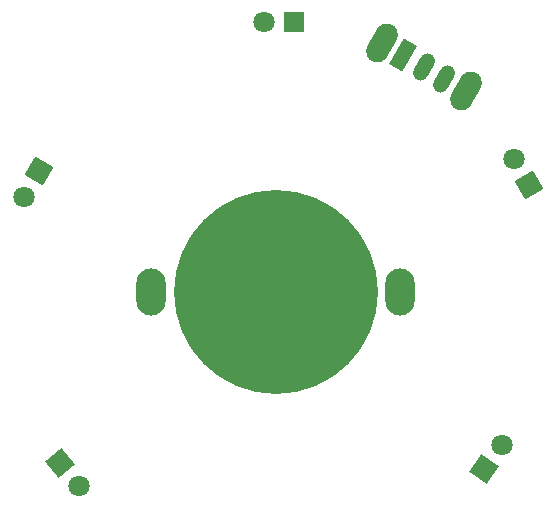
<source format=gbr>
%TF.GenerationSoftware,KiCad,Pcbnew,(6.0.1)*%
%TF.CreationDate,2022-04-19T14:46:11-07:00*%
%TF.ProjectId,Alpenglow_GoldSun_PCB,416c7065-6e67-46c6-9f77-5f476f6c6453,rev?*%
%TF.SameCoordinates,Original*%
%TF.FileFunction,Soldermask,Bot*%
%TF.FilePolarity,Negative*%
%FSLAX46Y46*%
G04 Gerber Fmt 4.6, Leading zero omitted, Abs format (unit mm)*
G04 Created by KiCad (PCBNEW (6.0.1)) date 2022-04-19 14:46:11*
%MOMM*%
%LPD*%
G01*
G04 APERTURE LIST*
G04 Aperture macros list*
%AMHorizOval*
0 Thick line with rounded ends*
0 $1 width*
0 $2 $3 position (X,Y) of the first rounded end (center of the circle)*
0 $4 $5 position (X,Y) of the second rounded end (center of the circle)*
0 Add line between two ends*
20,1,$1,$2,$3,$4,$5,0*
0 Add two circle primitives to create the rounded ends*
1,1,$1,$2,$3*
1,1,$1,$4,$5*%
%AMRotRect*
0 Rectangle, with rotation*
0 The origin of the aperture is its center*
0 $1 length*
0 $2 width*
0 $3 Rotation angle, in degrees counterclockwise*
0 Add horizontal line*
21,1,$1,$2,0,0,$3*%
G04 Aperture macros list end*
%ADD10R,1.800000X1.800000*%
%ADD11C,1.800000*%
%ADD12RotRect,1.800000X1.800000X240.000000*%
%ADD13RotRect,1.800000X1.800000X120.000000*%
%ADD14RotRect,1.800000X1.800000X310.000000*%
%ADD15RotRect,1.800000X1.800000X55.000000*%
%ADD16O,2.500000X4.000000*%
%ADD17C,17.272000*%
%ADD18HorizOval,1.900000X-0.400000X-0.692820X0.400000X0.692820X0*%
%ADD19RotRect,1.300000X2.500000X330.000000*%
%ADD20HorizOval,1.300000X-0.300000X-0.519615X0.300000X0.519615X0*%
G04 APERTURE END LIST*
D10*
%TO.C,D1*%
X153924000Y-66548000D03*
D11*
X151384000Y-66548000D03*
%TD*%
D12*
%TO.C,D2*%
X132334000Y-79121000D03*
D11*
X131064000Y-81320705D03*
%TD*%
D13*
%TO.C,D3*%
X173812200Y-80365600D03*
D11*
X172542200Y-78165895D03*
%TD*%
D14*
%TO.C,D4*%
X134112000Y-103886000D03*
D11*
X135744681Y-105831753D03*
%TD*%
D15*
%TO.C,D5*%
X170053000Y-104394000D03*
D11*
X171509884Y-102313354D03*
%TD*%
D16*
%TO.C,BT1*%
X141859000Y-89408000D03*
X162941000Y-89408000D03*
D17*
X152400000Y-89408000D03*
%TD*%
D18*
%TO.C,SW1*%
X161376347Y-68292000D03*
X168477755Y-72392000D03*
D19*
X163195000Y-69342000D03*
D20*
X164927051Y-70342000D03*
X166659102Y-71342000D03*
%TD*%
M02*

</source>
